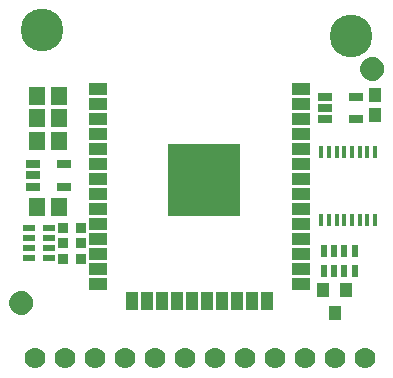
<source format=gbr>
G04 EAGLE Gerber RS-274X export*
G75*
%MOMM*%
%FSLAX34Y34*%
%LPD*%
%INSoldermask Top*%
%IPPOS*%
%AMOC8*
5,1,8,0,0,1.08239X$1,22.5*%
G01*
%ADD10R,1.341600X1.601600*%
%ADD11R,1.301600X0.651600*%
%ADD12C,3.617600*%
%ADD13C,1.101600*%
%ADD14C,0.500000*%
%ADD15R,0.901600X0.901600*%
%ADD16R,1.601600X1.001600*%
%ADD17R,1.001600X1.601600*%
%ADD18R,6.101600X6.101600*%
%ADD19C,1.778000*%
%ADD20R,0.406400X1.092200*%
%ADD21R,1.001600X0.551600*%
%ADD22R,1.101600X1.301600*%
%ADD23R,0.551600X1.001600*%
%ADD24R,1.101600X1.176600*%


D10*
X39980Y247650D03*
X20980Y247650D03*
D11*
X17479Y189840D03*
X17479Y180340D03*
X17479Y170840D03*
X43481Y170840D03*
X43481Y189840D03*
D10*
X20980Y153670D03*
X39980Y153670D03*
D12*
X25400Y303530D03*
X287020Y298450D03*
D13*
X7620Y72390D03*
D14*
X7620Y79890D02*
X7439Y79888D01*
X7258Y79881D01*
X7077Y79870D01*
X6896Y79855D01*
X6716Y79835D01*
X6536Y79811D01*
X6357Y79783D01*
X6179Y79750D01*
X6002Y79713D01*
X5825Y79672D01*
X5650Y79627D01*
X5475Y79577D01*
X5302Y79523D01*
X5131Y79465D01*
X4960Y79403D01*
X4792Y79336D01*
X4625Y79266D01*
X4459Y79192D01*
X4296Y79113D01*
X4135Y79031D01*
X3975Y78945D01*
X3818Y78855D01*
X3663Y78761D01*
X3510Y78664D01*
X3360Y78562D01*
X3212Y78458D01*
X3066Y78349D01*
X2924Y78238D01*
X2784Y78122D01*
X2647Y78004D01*
X2512Y77882D01*
X2381Y77757D01*
X2253Y77629D01*
X2128Y77498D01*
X2006Y77363D01*
X1888Y77226D01*
X1772Y77086D01*
X1661Y76944D01*
X1552Y76798D01*
X1448Y76650D01*
X1346Y76500D01*
X1249Y76347D01*
X1155Y76192D01*
X1065Y76035D01*
X979Y75875D01*
X897Y75714D01*
X818Y75551D01*
X744Y75385D01*
X674Y75218D01*
X607Y75050D01*
X545Y74879D01*
X487Y74708D01*
X433Y74535D01*
X383Y74360D01*
X338Y74185D01*
X297Y74008D01*
X260Y73831D01*
X227Y73653D01*
X199Y73474D01*
X175Y73294D01*
X155Y73114D01*
X140Y72933D01*
X129Y72752D01*
X122Y72571D01*
X120Y72390D01*
X7620Y79890D02*
X7801Y79888D01*
X7982Y79881D01*
X8163Y79870D01*
X8344Y79855D01*
X8524Y79835D01*
X8704Y79811D01*
X8883Y79783D01*
X9061Y79750D01*
X9238Y79713D01*
X9415Y79672D01*
X9590Y79627D01*
X9765Y79577D01*
X9938Y79523D01*
X10109Y79465D01*
X10280Y79403D01*
X10448Y79336D01*
X10615Y79266D01*
X10781Y79192D01*
X10944Y79113D01*
X11105Y79031D01*
X11265Y78945D01*
X11422Y78855D01*
X11577Y78761D01*
X11730Y78664D01*
X11880Y78562D01*
X12028Y78458D01*
X12174Y78349D01*
X12316Y78238D01*
X12456Y78122D01*
X12593Y78004D01*
X12728Y77882D01*
X12859Y77757D01*
X12987Y77629D01*
X13112Y77498D01*
X13234Y77363D01*
X13352Y77226D01*
X13468Y77086D01*
X13579Y76944D01*
X13688Y76798D01*
X13792Y76650D01*
X13894Y76500D01*
X13991Y76347D01*
X14085Y76192D01*
X14175Y76035D01*
X14261Y75875D01*
X14343Y75714D01*
X14422Y75551D01*
X14496Y75385D01*
X14566Y75218D01*
X14633Y75050D01*
X14695Y74879D01*
X14753Y74708D01*
X14807Y74535D01*
X14857Y74360D01*
X14902Y74185D01*
X14943Y74008D01*
X14980Y73831D01*
X15013Y73653D01*
X15041Y73474D01*
X15065Y73294D01*
X15085Y73114D01*
X15100Y72933D01*
X15111Y72752D01*
X15118Y72571D01*
X15120Y72390D01*
X15118Y72209D01*
X15111Y72028D01*
X15100Y71847D01*
X15085Y71666D01*
X15065Y71486D01*
X15041Y71306D01*
X15013Y71127D01*
X14980Y70949D01*
X14943Y70772D01*
X14902Y70595D01*
X14857Y70420D01*
X14807Y70245D01*
X14753Y70072D01*
X14695Y69901D01*
X14633Y69730D01*
X14566Y69562D01*
X14496Y69395D01*
X14422Y69229D01*
X14343Y69066D01*
X14261Y68905D01*
X14175Y68745D01*
X14085Y68588D01*
X13991Y68433D01*
X13894Y68280D01*
X13792Y68130D01*
X13688Y67982D01*
X13579Y67836D01*
X13468Y67694D01*
X13352Y67554D01*
X13234Y67417D01*
X13112Y67282D01*
X12987Y67151D01*
X12859Y67023D01*
X12728Y66898D01*
X12593Y66776D01*
X12456Y66658D01*
X12316Y66542D01*
X12174Y66431D01*
X12028Y66322D01*
X11880Y66218D01*
X11730Y66116D01*
X11577Y66019D01*
X11422Y65925D01*
X11265Y65835D01*
X11105Y65749D01*
X10944Y65667D01*
X10781Y65588D01*
X10615Y65514D01*
X10448Y65444D01*
X10280Y65377D01*
X10109Y65315D01*
X9938Y65257D01*
X9765Y65203D01*
X9590Y65153D01*
X9415Y65108D01*
X9238Y65067D01*
X9061Y65030D01*
X8883Y64997D01*
X8704Y64969D01*
X8524Y64945D01*
X8344Y64925D01*
X8163Y64910D01*
X7982Y64899D01*
X7801Y64892D01*
X7620Y64890D01*
X7439Y64892D01*
X7258Y64899D01*
X7077Y64910D01*
X6896Y64925D01*
X6716Y64945D01*
X6536Y64969D01*
X6357Y64997D01*
X6179Y65030D01*
X6002Y65067D01*
X5825Y65108D01*
X5650Y65153D01*
X5475Y65203D01*
X5302Y65257D01*
X5131Y65315D01*
X4960Y65377D01*
X4792Y65444D01*
X4625Y65514D01*
X4459Y65588D01*
X4296Y65667D01*
X4135Y65749D01*
X3975Y65835D01*
X3818Y65925D01*
X3663Y66019D01*
X3510Y66116D01*
X3360Y66218D01*
X3212Y66322D01*
X3066Y66431D01*
X2924Y66542D01*
X2784Y66658D01*
X2647Y66776D01*
X2512Y66898D01*
X2381Y67023D01*
X2253Y67151D01*
X2128Y67282D01*
X2006Y67417D01*
X1888Y67554D01*
X1772Y67694D01*
X1661Y67836D01*
X1552Y67982D01*
X1448Y68130D01*
X1346Y68280D01*
X1249Y68433D01*
X1155Y68588D01*
X1065Y68745D01*
X979Y68905D01*
X897Y69066D01*
X818Y69229D01*
X744Y69395D01*
X674Y69562D01*
X607Y69730D01*
X545Y69901D01*
X487Y70072D01*
X433Y70245D01*
X383Y70420D01*
X338Y70595D01*
X297Y70772D01*
X260Y70949D01*
X227Y71127D01*
X199Y71306D01*
X175Y71486D01*
X155Y71666D01*
X140Y71847D01*
X129Y72028D01*
X122Y72209D01*
X120Y72390D01*
D13*
X304800Y270510D03*
D14*
X304800Y278010D02*
X304619Y278008D01*
X304438Y278001D01*
X304257Y277990D01*
X304076Y277975D01*
X303896Y277955D01*
X303716Y277931D01*
X303537Y277903D01*
X303359Y277870D01*
X303182Y277833D01*
X303005Y277792D01*
X302830Y277747D01*
X302655Y277697D01*
X302482Y277643D01*
X302311Y277585D01*
X302140Y277523D01*
X301972Y277456D01*
X301805Y277386D01*
X301639Y277312D01*
X301476Y277233D01*
X301315Y277151D01*
X301155Y277065D01*
X300998Y276975D01*
X300843Y276881D01*
X300690Y276784D01*
X300540Y276682D01*
X300392Y276578D01*
X300246Y276469D01*
X300104Y276358D01*
X299964Y276242D01*
X299827Y276124D01*
X299692Y276002D01*
X299561Y275877D01*
X299433Y275749D01*
X299308Y275618D01*
X299186Y275483D01*
X299068Y275346D01*
X298952Y275206D01*
X298841Y275064D01*
X298732Y274918D01*
X298628Y274770D01*
X298526Y274620D01*
X298429Y274467D01*
X298335Y274312D01*
X298245Y274155D01*
X298159Y273995D01*
X298077Y273834D01*
X297998Y273671D01*
X297924Y273505D01*
X297854Y273338D01*
X297787Y273170D01*
X297725Y272999D01*
X297667Y272828D01*
X297613Y272655D01*
X297563Y272480D01*
X297518Y272305D01*
X297477Y272128D01*
X297440Y271951D01*
X297407Y271773D01*
X297379Y271594D01*
X297355Y271414D01*
X297335Y271234D01*
X297320Y271053D01*
X297309Y270872D01*
X297302Y270691D01*
X297300Y270510D01*
X304800Y278010D02*
X304981Y278008D01*
X305162Y278001D01*
X305343Y277990D01*
X305524Y277975D01*
X305704Y277955D01*
X305884Y277931D01*
X306063Y277903D01*
X306241Y277870D01*
X306418Y277833D01*
X306595Y277792D01*
X306770Y277747D01*
X306945Y277697D01*
X307118Y277643D01*
X307289Y277585D01*
X307460Y277523D01*
X307628Y277456D01*
X307795Y277386D01*
X307961Y277312D01*
X308124Y277233D01*
X308285Y277151D01*
X308445Y277065D01*
X308602Y276975D01*
X308757Y276881D01*
X308910Y276784D01*
X309060Y276682D01*
X309208Y276578D01*
X309354Y276469D01*
X309496Y276358D01*
X309636Y276242D01*
X309773Y276124D01*
X309908Y276002D01*
X310039Y275877D01*
X310167Y275749D01*
X310292Y275618D01*
X310414Y275483D01*
X310532Y275346D01*
X310648Y275206D01*
X310759Y275064D01*
X310868Y274918D01*
X310972Y274770D01*
X311074Y274620D01*
X311171Y274467D01*
X311265Y274312D01*
X311355Y274155D01*
X311441Y273995D01*
X311523Y273834D01*
X311602Y273671D01*
X311676Y273505D01*
X311746Y273338D01*
X311813Y273170D01*
X311875Y272999D01*
X311933Y272828D01*
X311987Y272655D01*
X312037Y272480D01*
X312082Y272305D01*
X312123Y272128D01*
X312160Y271951D01*
X312193Y271773D01*
X312221Y271594D01*
X312245Y271414D01*
X312265Y271234D01*
X312280Y271053D01*
X312291Y270872D01*
X312298Y270691D01*
X312300Y270510D01*
X312298Y270329D01*
X312291Y270148D01*
X312280Y269967D01*
X312265Y269786D01*
X312245Y269606D01*
X312221Y269426D01*
X312193Y269247D01*
X312160Y269069D01*
X312123Y268892D01*
X312082Y268715D01*
X312037Y268540D01*
X311987Y268365D01*
X311933Y268192D01*
X311875Y268021D01*
X311813Y267850D01*
X311746Y267682D01*
X311676Y267515D01*
X311602Y267349D01*
X311523Y267186D01*
X311441Y267025D01*
X311355Y266865D01*
X311265Y266708D01*
X311171Y266553D01*
X311074Y266400D01*
X310972Y266250D01*
X310868Y266102D01*
X310759Y265956D01*
X310648Y265814D01*
X310532Y265674D01*
X310414Y265537D01*
X310292Y265402D01*
X310167Y265271D01*
X310039Y265143D01*
X309908Y265018D01*
X309773Y264896D01*
X309636Y264778D01*
X309496Y264662D01*
X309354Y264551D01*
X309208Y264442D01*
X309060Y264338D01*
X308910Y264236D01*
X308757Y264139D01*
X308602Y264045D01*
X308445Y263955D01*
X308285Y263869D01*
X308124Y263787D01*
X307961Y263708D01*
X307795Y263634D01*
X307628Y263564D01*
X307460Y263497D01*
X307289Y263435D01*
X307118Y263377D01*
X306945Y263323D01*
X306770Y263273D01*
X306595Y263228D01*
X306418Y263187D01*
X306241Y263150D01*
X306063Y263117D01*
X305884Y263089D01*
X305704Y263065D01*
X305524Y263045D01*
X305343Y263030D01*
X305162Y263019D01*
X304981Y263012D01*
X304800Y263010D01*
X304619Y263012D01*
X304438Y263019D01*
X304257Y263030D01*
X304076Y263045D01*
X303896Y263065D01*
X303716Y263089D01*
X303537Y263117D01*
X303359Y263150D01*
X303182Y263187D01*
X303005Y263228D01*
X302830Y263273D01*
X302655Y263323D01*
X302482Y263377D01*
X302311Y263435D01*
X302140Y263497D01*
X301972Y263564D01*
X301805Y263634D01*
X301639Y263708D01*
X301476Y263787D01*
X301315Y263869D01*
X301155Y263955D01*
X300998Y264045D01*
X300843Y264139D01*
X300690Y264236D01*
X300540Y264338D01*
X300392Y264442D01*
X300246Y264551D01*
X300104Y264662D01*
X299964Y264778D01*
X299827Y264896D01*
X299692Y265018D01*
X299561Y265143D01*
X299433Y265271D01*
X299308Y265402D01*
X299186Y265537D01*
X299068Y265674D01*
X298952Y265814D01*
X298841Y265956D01*
X298732Y266102D01*
X298628Y266250D01*
X298526Y266400D01*
X298429Y266553D01*
X298335Y266708D01*
X298245Y266865D01*
X298159Y267025D01*
X298077Y267186D01*
X297998Y267349D01*
X297924Y267515D01*
X297854Y267682D01*
X297787Y267850D01*
X297725Y268021D01*
X297667Y268192D01*
X297613Y268365D01*
X297563Y268540D01*
X297518Y268715D01*
X297477Y268892D01*
X297440Y269069D01*
X297407Y269247D01*
X297379Y269426D01*
X297355Y269606D01*
X297335Y269786D01*
X297320Y269967D01*
X297309Y270148D01*
X297302Y270329D01*
X297300Y270510D01*
D15*
X43300Y123190D03*
X58300Y123190D03*
D16*
X72750Y253200D03*
X72750Y240500D03*
X72750Y227800D03*
X72750Y215100D03*
X72750Y202400D03*
X72750Y189700D03*
X72750Y177000D03*
X72750Y164300D03*
X72750Y151600D03*
X72750Y138900D03*
X72750Y126200D03*
X72750Y113500D03*
X72750Y100800D03*
X72750Y88100D03*
D17*
X101750Y74200D03*
X114450Y74200D03*
X127150Y74200D03*
X139850Y74200D03*
X152550Y74200D03*
X165250Y74200D03*
X177950Y74200D03*
X190650Y74200D03*
X203350Y74200D03*
X216050Y74200D03*
D16*
X244750Y88100D03*
X244750Y100800D03*
X244750Y113500D03*
X244750Y126200D03*
X244750Y138900D03*
X244750Y151600D03*
X244750Y164300D03*
X244750Y177000D03*
X244750Y189700D03*
X244750Y202400D03*
X244750Y215100D03*
X244750Y227800D03*
X244750Y240500D03*
X244750Y253200D03*
D18*
X162150Y176200D03*
D10*
X39980Y209550D03*
X20980Y209550D03*
X39980Y228600D03*
X20980Y228600D03*
D19*
X19050Y25400D03*
X44450Y25400D03*
X69850Y25400D03*
X95250Y25400D03*
X120650Y25400D03*
X146050Y25400D03*
X171450Y25400D03*
X196850Y25400D03*
X222250Y25400D03*
X247650Y25400D03*
X273050Y25400D03*
X298450Y25400D03*
D20*
X261730Y142272D03*
X268230Y142272D03*
X274730Y142272D03*
X281230Y142272D03*
X287730Y142272D03*
X294230Y142272D03*
X300730Y142272D03*
X307230Y142272D03*
X307230Y200628D03*
X300730Y200628D03*
X294230Y200628D03*
X287730Y200628D03*
X281230Y200628D03*
X274730Y200628D03*
X268230Y200628D03*
X261730Y200628D03*
D11*
X265130Y246990D03*
X265130Y237490D03*
X265130Y227990D03*
X291130Y227990D03*
X291130Y246990D03*
D15*
X43300Y135890D03*
X58300Y135890D03*
X43300Y109220D03*
X58300Y109220D03*
D21*
X31360Y136190D03*
X14360Y136190D03*
X31360Y127190D03*
X31360Y119190D03*
X31360Y110190D03*
X14360Y110190D03*
X14360Y127190D03*
X14360Y119190D03*
D22*
X273050Y63660D03*
X263550Y83660D03*
X282550Y83660D03*
D23*
X263860Y116450D03*
X263860Y99450D03*
X272860Y116450D03*
X280860Y116450D03*
X289860Y116450D03*
X289860Y99450D03*
X272860Y99450D03*
X280860Y99450D03*
D24*
X307340Y248530D03*
X307340Y231530D03*
M02*

</source>
